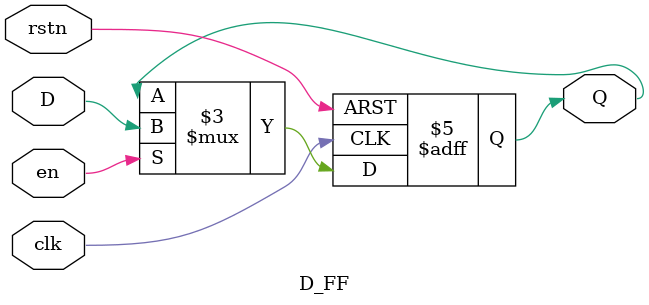
<source format=v>
`timescale 1ns / 1ps

module D_FF (Q, en, D, clk, rstn);
output reg  Q;
input D, en, clk, rstn;

always @(posedge clk or negedge rstn)
    if(!rstn) Q<=1'b0;
    else if(en) Q <= D;
 
endmodule

</source>
